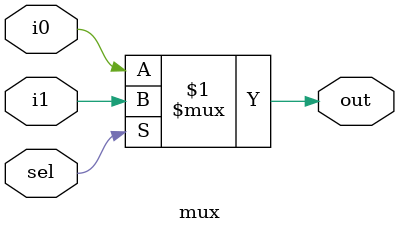
<source format=v>
`timescale 1ns / 1ns


module mux(
    input i0,
    input i1,
    input sel,
    output out
    );
    
    assign out =sel ? i1 : i0;
endmodule

</source>
